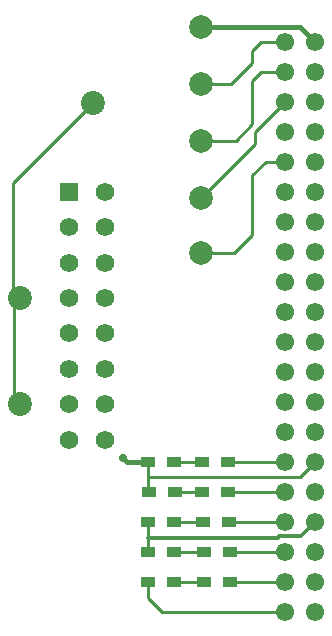
<source format=gtl>
%TF.GenerationSoftware,KiCad,Pcbnew,(5.1.10)-1*%
%TF.CreationDate,2021-05-26T15:53:11-05:00*%
%TF.ProjectId,IAQ RPI PCB Rev 1,49415120-5250-4492-9050-434220526576,1*%
%TF.SameCoordinates,Original*%
%TF.FileFunction,Copper,L1,Top*%
%TF.FilePolarity,Positive*%
%FSLAX46Y46*%
G04 Gerber Fmt 4.6, Leading zero omitted, Abs format (unit mm)*
G04 Created by KiCad (PCBNEW (5.1.10)-1) date 2021-05-26 15:53:11*
%MOMM*%
%LPD*%
G01*
G04 APERTURE LIST*
%TA.AperFunction,SMDPad,CuDef*%
%ADD10R,1.200000X0.900000*%
%TD*%
%TA.AperFunction,ComponentPad*%
%ADD11C,1.550000*%
%TD*%
%TA.AperFunction,ComponentPad*%
%ADD12R,1.575000X1.575000*%
%TD*%
%TA.AperFunction,ComponentPad*%
%ADD13C,1.575000*%
%TD*%
%TA.AperFunction,ComponentPad*%
%ADD14C,2.000000*%
%TD*%
%TA.AperFunction,ViaPad*%
%ADD15C,2.030000*%
%TD*%
%TA.AperFunction,ViaPad*%
%ADD16C,0.700000*%
%TD*%
%TA.AperFunction,Conductor*%
%ADD17C,0.250000*%
%TD*%
%TA.AperFunction,Conductor*%
%ADD18C,0.400000*%
%TD*%
%TA.AperFunction,Conductor*%
%ADD19C,0.350000*%
%TD*%
G04 APERTURE END LIST*
D10*
%TO.P,D1,2*%
%TO.N,Net-(D1-Pad2)*%
X188214000Y-113030000D03*
%TO.P,D1,1*%
%TO.N,GND*%
X186014000Y-113030000D03*
%TD*%
%TO.P,D2,1*%
%TO.N,GND*%
X186014000Y-110490000D03*
%TO.P,D2,2*%
%TO.N,Net-(D2-Pad2)*%
X188214000Y-110490000D03*
%TD*%
%TO.P,D3,2*%
%TO.N,Net-(D3-Pad2)*%
X188214000Y-107950000D03*
%TO.P,D3,1*%
%TO.N,GND*%
X186014000Y-107950000D03*
%TD*%
%TO.P,D4,2*%
%TO.N,Net-(D4-Pad2)*%
X188255000Y-105410000D03*
%TO.P,D4,1*%
%TO.N,GND*%
X186055000Y-105410000D03*
%TD*%
%TO.P,D5,1*%
%TO.N,GND*%
X186014000Y-102870000D03*
%TO.P,D5,2*%
%TO.N,Net-(D5-Pad2)*%
X188214000Y-102870000D03*
%TD*%
D11*
%TO.P,J1,1*%
%TO.N,Net-(J1-Pad1)*%
X197612000Y-67310000D03*
%TO.P,J1,2*%
%TO.N,VCC*%
X200152000Y-67310000D03*
%TO.P,J1,3*%
%TO.N,Net-(J1-Pad3)*%
X197612000Y-69850000D03*
%TO.P,J1,4*%
%TO.N,Net-(J1-Pad4)*%
X200152000Y-69850000D03*
%TO.P,J1,5*%
%TO.N,Net-(J1-Pad5)*%
X197612000Y-72390000D03*
%TO.P,J1,6*%
%TO.N,Net-(J1-Pad6)*%
X200152000Y-72390000D03*
%TO.P,J1,7*%
%TO.N,Net-(J1-Pad7)*%
X197612000Y-74930000D03*
%TO.P,J1,8*%
%TO.N,Net-(J1-Pad8)*%
X200152000Y-74930000D03*
%TO.P,J1,9*%
%TO.N,GND*%
X197612000Y-77470000D03*
%TO.P,J1,10*%
%TO.N,Net-(J1-Pad10)*%
X200152000Y-77470000D03*
%TO.P,J1,11*%
%TO.N,Net-(J1-Pad11)*%
X197612000Y-80010000D03*
%TO.P,J1,12*%
%TO.N,Net-(J1-Pad12)*%
X200152000Y-80010000D03*
%TO.P,J1,13*%
%TO.N,Net-(J1-Pad13)*%
X197612000Y-82550000D03*
%TO.P,J1,14*%
%TO.N,Net-(J1-Pad14)*%
X200152000Y-82550000D03*
%TO.P,J1,15*%
%TO.N,Net-(J1-Pad15)*%
X197612000Y-85090000D03*
%TO.P,J1,16*%
%TO.N,Net-(J1-Pad16)*%
X200152000Y-85090000D03*
%TO.P,J1,17*%
%TO.N,Net-(J1-Pad17)*%
X197612000Y-87630000D03*
%TO.P,J1,18*%
%TO.N,Net-(J1-Pad18)*%
X200152000Y-87630000D03*
%TO.P,J1,19*%
%TO.N,Net-(J1-Pad19)*%
X197612000Y-90170000D03*
%TO.P,J1,20*%
%TO.N,Net-(J1-Pad20)*%
X200152000Y-90170000D03*
%TO.P,J1,21*%
%TO.N,Net-(J1-Pad21)*%
X197612000Y-92710000D03*
%TO.P,J1,22*%
%TO.N,Net-(J1-Pad22)*%
X200152000Y-92710000D03*
%TO.P,J1,23*%
%TO.N,Net-(J1-Pad23)*%
X197612000Y-95250000D03*
%TO.P,J1,24*%
%TO.N,Net-(J1-Pad24)*%
X200152000Y-95250000D03*
%TO.P,J1,25*%
%TO.N,Net-(J1-Pad25)*%
X197612000Y-97790000D03*
%TO.P,J1,26*%
%TO.N,Net-(J1-Pad26)*%
X200152000Y-97790000D03*
%TO.P,J1,27*%
%TO.N,Net-(J1-Pad27)*%
X197612000Y-100330000D03*
%TO.P,J1,28*%
%TO.N,Net-(J1-Pad28)*%
X200152000Y-100330000D03*
%TO.P,J1,29*%
%TO.N,Net-(J1-Pad29)*%
X197612000Y-102870000D03*
%TO.P,J1,30*%
%TO.N,GND*%
X200152000Y-102870000D03*
%TO.P,J1,31*%
%TO.N,Net-(J1-Pad31)*%
X197612000Y-105410000D03*
%TO.P,J1,32*%
%TO.N,Net-(J1-Pad32)*%
X200152000Y-105410000D03*
%TO.P,J1,33*%
%TO.N,Net-(J1-Pad33)*%
X197612000Y-107950000D03*
%TO.P,J1,34*%
%TO.N,GND*%
X200152000Y-107950000D03*
%TO.P,J1,35*%
%TO.N,Net-(J1-Pad35)*%
X197612000Y-110490000D03*
%TO.P,J1,36*%
%TO.N,Net-(J1-Pad36)*%
X200152000Y-110490000D03*
%TO.P,J1,37*%
%TO.N,Net-(J1-Pad37)*%
X197612000Y-113030000D03*
%TO.P,J1,38*%
%TO.N,Net-(J1-Pad38)*%
X200152000Y-113030000D03*
%TO.P,J1,39*%
%TO.N,GND*%
X197612000Y-115570000D03*
%TO.P,J1,40*%
%TO.N,Net-(J1-Pad40)*%
X200152000Y-115570000D03*
%TD*%
D12*
%TO.P,J2,1*%
%TO.N,VCC*%
X179324000Y-80010000D03*
D13*
%TO.P,J2,2*%
%TO.N,GND*%
X182324000Y-80010000D03*
%TO.P,J2,3*%
%TO.N,Net-(J1-Pad3)*%
X179324000Y-83010000D03*
%TO.P,J2,4*%
%TO.N,Net-(J1-Pad5)*%
X182324000Y-83010000D03*
%TO.P,J2,5*%
%TO.N,GND*%
X179324000Y-86010000D03*
%TO.P,J2,6*%
%TO.N,Net-(J2-Pad6)*%
X182324000Y-86010000D03*
%TO.P,J2,7*%
%TO.N,Net-(J1-Pad1)*%
X179324000Y-89010000D03*
%TO.P,J2,8*%
%TO.N,GND*%
X182324000Y-89010000D03*
%TO.P,J2,9*%
%TO.N,Net-(J1-Pad3)*%
X179324000Y-92010000D03*
%TO.P,J2,10*%
%TO.N,Net-(J1-Pad5)*%
X182324000Y-92010000D03*
%TO.P,J2,11*%
%TO.N,GND*%
X179324000Y-95010000D03*
%TO.P,J2,12*%
%TO.N,Net-(J2-Pad12)*%
X182324000Y-95010000D03*
%TO.P,J2,13*%
%TO.N,Net-(J1-Pad1)*%
X179324000Y-98010000D03*
%TO.P,J2,14*%
%TO.N,GND*%
X182324000Y-98010000D03*
%TO.P,J2,15*%
%TO.N,Net-(J1-Pad3)*%
X179324000Y-101010000D03*
%TO.P,J2,16*%
%TO.N,Net-(J1-Pad5)*%
X182324000Y-101010000D03*
%TD*%
D10*
%TO.P,R1,2*%
%TO.N,Net-(J1-Pad37)*%
X192913000Y-113030000D03*
%TO.P,R1,1*%
%TO.N,Net-(D1-Pad2)*%
X190713000Y-113030000D03*
%TD*%
%TO.P,R2,2*%
%TO.N,Net-(J1-Pad35)*%
X192913000Y-110490000D03*
%TO.P,R2,1*%
%TO.N,Net-(D2-Pad2)*%
X190713000Y-110490000D03*
%TD*%
%TO.P,R3,1*%
%TO.N,Net-(D3-Pad2)*%
X190627000Y-107950000D03*
%TO.P,R3,2*%
%TO.N,Net-(J1-Pad33)*%
X192827000Y-107950000D03*
%TD*%
%TO.P,R4,2*%
%TO.N,Net-(J1-Pad31)*%
X192786000Y-105410000D03*
%TO.P,R4,1*%
%TO.N,Net-(D4-Pad2)*%
X190586000Y-105410000D03*
%TD*%
%TO.P,R5,1*%
%TO.N,Net-(D5-Pad2)*%
X190543000Y-102870000D03*
%TO.P,R5,2*%
%TO.N,Net-(J1-Pad29)*%
X192743000Y-102870000D03*
%TD*%
D14*
%TO.P,GND,1*%
%TO.N,GND*%
X190500000Y-85217000D03*
%TD*%
%TO.P,5V,1*%
%TO.N,VCC*%
X190500000Y-66040000D03*
%TD*%
%TO.P,Pin 5,1*%
%TO.N,Net-(J1-Pad5)*%
X190500000Y-80518000D03*
%TD*%
%TO.P,3.3V,1*%
%TO.N,Net-(J1-Pad1)*%
X190500000Y-70866000D03*
%TD*%
%TO.P,Pin 3,1*%
%TO.N,Net-(J1-Pad3)*%
X190500000Y-75692000D03*
%TD*%
D15*
%TO.N,Net-(J1-Pad1)*%
X181356000Y-72517000D03*
X175133000Y-89027000D03*
X175133000Y-97980500D03*
D16*
%TO.N,GND*%
X183896000Y-102552500D03*
%TD*%
D17*
%TO.N,Net-(J1-Pad1)*%
X190500000Y-70866000D02*
X193040000Y-70866000D01*
X193040000Y-70866000D02*
X194818000Y-69088000D01*
X194818000Y-69088000D02*
X194818000Y-68072000D01*
X195580000Y-67310000D02*
X197612000Y-67310000D01*
X194818000Y-68072000D02*
X195580000Y-67310000D01*
X181356000Y-72517000D02*
X174561500Y-79311500D01*
X174561500Y-79311500D02*
X174561500Y-86233000D01*
X174561500Y-88455500D02*
X175133000Y-89027000D01*
X174561500Y-86233000D02*
X174561500Y-88455500D01*
X175133000Y-89027000D02*
X174625000Y-89535000D01*
X174625000Y-97472500D02*
X175133000Y-97980500D01*
X174625000Y-89535000D02*
X174625000Y-97472500D01*
%TO.N,VCC*%
X200152000Y-67310000D02*
X200152000Y-66675000D01*
D18*
X190505001Y-66034999D02*
X190500000Y-66040000D01*
X198876999Y-66034999D02*
X190505001Y-66034999D01*
X200152000Y-67310000D02*
X198876999Y-66034999D01*
X179439999Y-79894001D02*
X179324000Y-80010000D01*
D17*
%TO.N,Net-(J1-Pad3)*%
X179324000Y-83010000D02*
X179657000Y-83010000D01*
X179709002Y-92010000D02*
X179324000Y-92010000D01*
X179324000Y-101010000D02*
X179914000Y-101010000D01*
X190500000Y-75692000D02*
X193421000Y-75692000D01*
X193421000Y-75692000D02*
X194818000Y-74295000D01*
X194818000Y-74295000D02*
X194818000Y-70612000D01*
X195580000Y-69850000D02*
X197612000Y-69850000D01*
X194818000Y-70612000D02*
X195580000Y-69850000D01*
X179655002Y-92010000D02*
X179324000Y-92010000D01*
X179324000Y-101010000D02*
X179787000Y-101010000D01*
X179640000Y-92010000D02*
X179324000Y-92010000D01*
%TO.N,Net-(J1-Pad5)*%
X182324000Y-83010000D02*
X182039000Y-83010000D01*
X181926000Y-92010000D02*
X182324000Y-92010000D01*
X182324000Y-101010000D02*
X181655000Y-101010000D01*
X190500000Y-80518000D02*
X193802000Y-77216000D01*
X197612000Y-72390000D02*
X195072000Y-74930000D01*
X195072000Y-75946000D02*
X193802000Y-77216000D01*
X195072000Y-74930000D02*
X195072000Y-75946000D01*
X182127610Y-83010000D02*
X182324000Y-83010000D01*
X182071998Y-92010000D02*
X182324000Y-92010000D01*
X182324000Y-101010000D02*
X181845500Y-101010000D01*
%TO.N,GND*%
X190500000Y-85217000D02*
X193294000Y-85217000D01*
X193294000Y-85217000D02*
X194818000Y-83693000D01*
X194818000Y-83693000D02*
X194818000Y-78613000D01*
X194818000Y-78613000D02*
X195961000Y-77470000D01*
X195961000Y-77470000D02*
X197612000Y-77470000D01*
X186014000Y-113030000D02*
X186014000Y-114386000D01*
X187198000Y-115570000D02*
X197612000Y-115570000D01*
X186014000Y-114386000D02*
X187198000Y-115570000D01*
X186014000Y-107950000D02*
X186014000Y-109306000D01*
X186014000Y-109306000D02*
X186014000Y-110490000D01*
X186014000Y-105369000D02*
X186055000Y-105410000D01*
X198841000Y-104181000D02*
X200152000Y-102870000D01*
X186014000Y-104181000D02*
X198841000Y-104181000D01*
X186014000Y-102870000D02*
X186014000Y-104181000D01*
X186014000Y-104181000D02*
X186014000Y-105369000D01*
D18*
X186014000Y-102870000D02*
X184213500Y-102870000D01*
X183896000Y-102552500D02*
X183896000Y-102489000D01*
X184213500Y-102870000D02*
X183896000Y-102552500D01*
D19*
X198901999Y-109200001D02*
X200152000Y-107950000D01*
X197060499Y-109200001D02*
X198901999Y-109200001D01*
X196954500Y-109306000D02*
X197060499Y-109200001D01*
X186014000Y-109306000D02*
X196954500Y-109306000D01*
D17*
%TO.N,Net-(J1-Pad29)*%
X197612000Y-102870000D02*
X192743000Y-102870000D01*
%TO.N,Net-(J1-Pad31)*%
X192786000Y-105410000D02*
X197612000Y-105410000D01*
%TO.N,Net-(J1-Pad33)*%
X197612000Y-107950000D02*
X192827000Y-107950000D01*
%TO.N,Net-(J1-Pad35)*%
X192913000Y-110490000D02*
X197612000Y-110490000D01*
%TO.N,Net-(J1-Pad37)*%
X197612000Y-113030000D02*
X192913000Y-113030000D01*
%TO.N,Net-(D1-Pad2)*%
X190713000Y-113030000D02*
X188214000Y-113030000D01*
%TO.N,Net-(D2-Pad2)*%
X188214000Y-110490000D02*
X190713000Y-110490000D01*
%TO.N,Net-(D3-Pad2)*%
X190627000Y-107950000D02*
X188214000Y-107950000D01*
%TO.N,Net-(D4-Pad2)*%
X188255000Y-105410000D02*
X190586000Y-105410000D01*
%TO.N,Net-(D5-Pad2)*%
X190543000Y-102870000D02*
X188214000Y-102870000D01*
%TD*%
M02*

</source>
